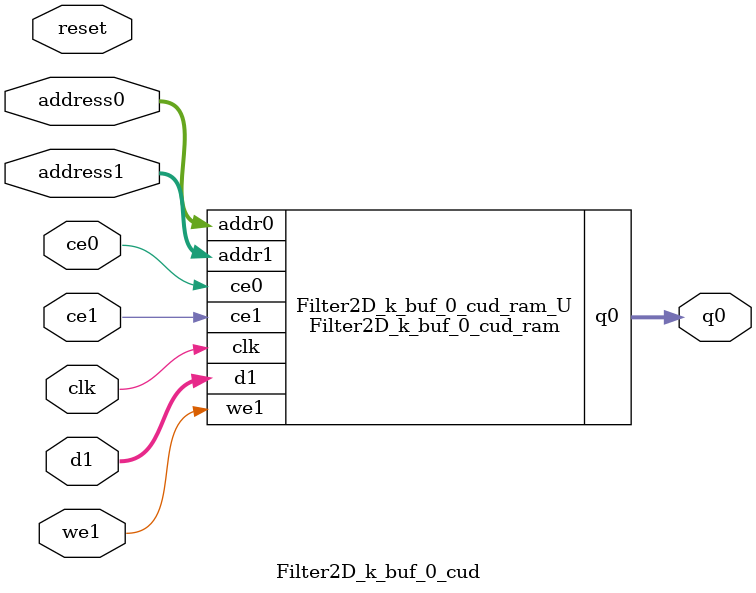
<source format=v>

`timescale 1 ns / 1 ps
module Filter2D_k_buf_0_cud_ram (addr0, ce0, q0, addr1, ce1, d1, we1,  clk);

parameter DWIDTH = 8;
parameter AWIDTH = 11;
parameter MEM_SIZE = 1920;

input[AWIDTH-1:0] addr0;
input ce0;
output reg[DWIDTH-1:0] q0;
input[AWIDTH-1:0] addr1;
input ce1;
input[DWIDTH-1:0] d1;
input we1;
input clk;

(* ram_style = "block" *)reg [DWIDTH-1:0] ram[0:MEM_SIZE-1];




always @(posedge clk)  
begin 
    if (ce0) 
    begin
            q0 <= ram[addr0];
    end
end


always @(posedge clk)  
begin 
    if (ce1) 
    begin
        if (we1) 
        begin 
            ram[addr1] <= d1; 
        end 
    end
end


endmodule


`timescale 1 ns / 1 ps
module Filter2D_k_buf_0_cud(
    reset,
    clk,
    address0,
    ce0,
    q0,
    address1,
    ce1,
    we1,
    d1);

parameter DataWidth = 32'd8;
parameter AddressRange = 32'd1920;
parameter AddressWidth = 32'd11;
input reset;
input clk;
input[AddressWidth - 1:0] address0;
input ce0;
output[DataWidth - 1:0] q0;
input[AddressWidth - 1:0] address1;
input ce1;
input we1;
input[DataWidth - 1:0] d1;



Filter2D_k_buf_0_cud_ram Filter2D_k_buf_0_cud_ram_U(
    .clk( clk ),
    .addr0( address0 ),
    .ce0( ce0 ),
    .q0( q0 ),
    .addr1( address1 ),
    .ce1( ce1 ),
    .d1( d1 ),
    .we1( we1 ));

endmodule


</source>
